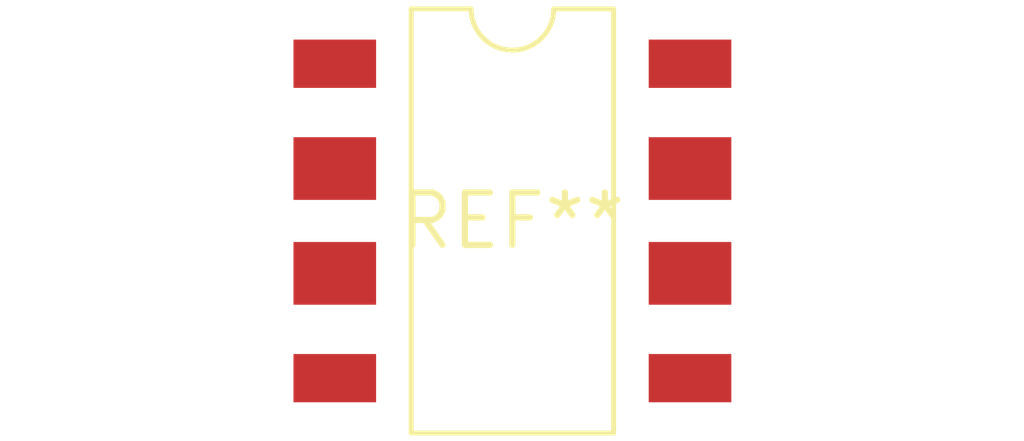
<source format=kicad_pcb>
(kicad_pcb (version 20240108) (generator pcbnew)
  (layers (0 "F.Cu" signal) (31 "B.Cu" signal) (34 "B.Paste" user) (35 "F.Paste" user) (36 "B.SilkS" user "B.Silkscreen") (37 "F.SilkS" user "F.Silkscreen") (38 "B.Mask" user) (39 "F.Mask" user) (44 "Edge.Cuts" user))
  (net 0 "")
  (footprint "PowerIntegrations_SMD-8" (layer "F.Cu") (at 0 0)
    (property "Reference" "REF**")
    (property "Value" "PowerIntegrations_SMD-8")
    (fp_line (start -2.45 -5.14) (end -2.45 5.14) (layer "F.SilkS") (stroke (width 0.12)))
    (fp_line (start -2.45 5.14) (end 2.45 5.14) (layer "F.SilkS") (stroke (width 0.12)))
    (fp_line (start -1 -5.14) (end -2.45 -5.14) (layer "F.SilkS") (stroke (width 0.12)))
    (fp_line (start 2.45 -5.14) (end 1 -5.14) (layer "F.SilkS") (stroke (width 0.12)))
    (fp_line (start 2.45 5.14) (end 2.45 -5.14) (layer "F.SilkS") (stroke (width 0.12)))
    (fp_arc (start 1 -5.14) (mid 0 -4.14) (end -1 -5.14) (layer "F.SilkS") (stroke (width 0.12)))
    (pad "1" smd rect (at -4.3 -3.81) (size 2 1.17) (layers "F.Cu" "F.Paste" "F.Mask"))
    (pad "2" smd rect (at -4.3 -1.27) (size 2 1.52) (layers "F.Cu" "F.Paste" "F.Mask"))
    (pad "3" smd rect (at -4.3 1.27) (size 2 1.52) (layers "F.Cu" "F.Paste" "F.Mask"))
    (pad "4" smd rect (at -4.3 3.81) (size 2 1.17) (layers "F.Cu" "F.Paste" "F.Mask"))
    (pad "5" smd rect (at 4.3 3.81) (size 2 1.17) (layers "F.Cu" "F.Paste" "F.Mask"))
    (pad "6" smd rect (at 4.3 1.27) (size 2 1.52) (layers "F.Cu" "F.Paste" "F.Mask"))
    (pad "7" smd rect (at 4.3 -1.27) (size 2 1.52) (layers "F.Cu" "F.Paste" "F.Mask"))
    (pad "8" smd rect (at 4.3 -3.81) (size 2 1.17) (layers "F.Cu" "F.Paste" "F.Mask"))
  )
)
</source>
